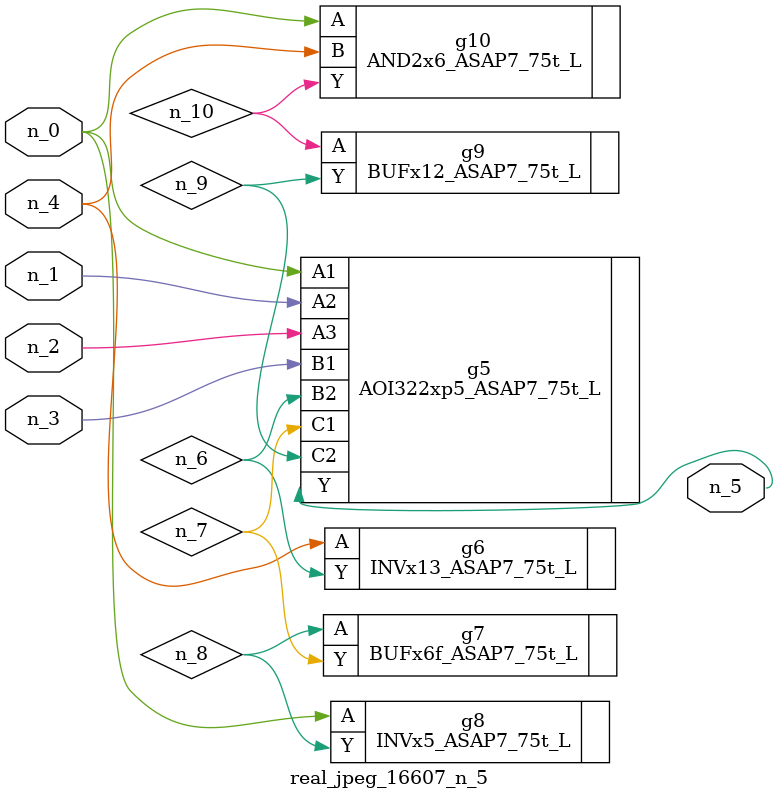
<source format=v>
module real_jpeg_16607_n_5 (n_4, n_0, n_1, n_2, n_3, n_5);

input n_4;
input n_0;
input n_1;
input n_2;
input n_3;

output n_5;

wire n_8;
wire n_6;
wire n_7;
wire n_10;
wire n_9;

AOI322xp5_ASAP7_75t_L g5 ( 
.A1(n_0),
.A2(n_1),
.A3(n_2),
.B1(n_3),
.B2(n_6),
.C1(n_7),
.C2(n_9),
.Y(n_5)
);

INVx5_ASAP7_75t_L g8 ( 
.A(n_0),
.Y(n_8)
);

AND2x6_ASAP7_75t_L g10 ( 
.A(n_0),
.B(n_4),
.Y(n_10)
);

INVx13_ASAP7_75t_L g6 ( 
.A(n_4),
.Y(n_6)
);

BUFx6f_ASAP7_75t_L g7 ( 
.A(n_8),
.Y(n_7)
);

BUFx12_ASAP7_75t_L g9 ( 
.A(n_10),
.Y(n_9)
);


endmodule
</source>
